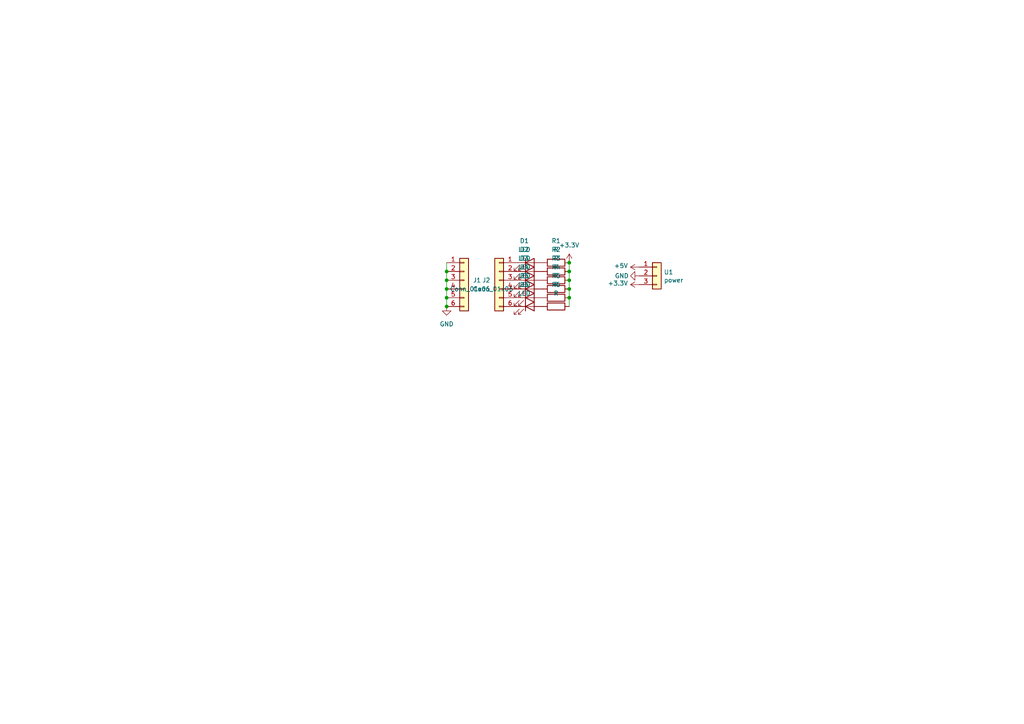
<source format=kicad_sch>
(kicad_sch (version 20230121) (generator eeschema)
  (paper "A4")
  (lib_symbols
    (symbol "Connector_Generic:Conn_01x03" (pin_names (offset 1.016) hide)
      (property "Reference" "J" (at 0 5.08 0))
      (property "Value" "Conn_01x03" (at 0 -5.08 0))
      (symbol "Conn_01x03_1_1"
        (rectangle (start -1.27 -2.413) (end 0 -2.667) (stroke (width 0.1524)))
        (rectangle (start -1.27 0.127) (end 0 -0.127) (stroke (width 0.1524)))
        (rectangle (start -1.27 2.667) (end 0 2.413) (stroke (width 0.1524)))
        (rectangle (start -1.27 3.81) (end 1.27 -3.81) (stroke (width 0.254)) (fill (type background)))
        (pin passive line (at -5.08 2.54 0) (length 3.81) (name "Pin_1") (number "1"))
        (pin passive line (at -5.08 0 0) (length 3.81) (name "Pin_2") (number "2"))
        (pin passive line (at -5.08 -2.54 0) (length 3.81) (name "Pin_3") (number "3"))
      )
    )
    (symbol "Connector_Generic:Conn_01x06" (pin_names (offset 1.016) hide)
      (property "Reference" "J" (at 0 7.62 0))
      (property "Value" "Conn_01x06" (at 0 -10.16 0))
      (symbol "Conn_01x06_1_1"
        (rectangle (start -1.27 -7.493) (end 0 -7.747) (stroke (width 0.1524)))
        (rectangle (start -1.27 -4.953) (end 0 -5.207) (stroke (width 0.1524)))
        (rectangle (start -1.27 -2.413) (end 0 -2.667) (stroke (width 0.1524)))
        (rectangle (start -1.27 0.127) (end 0 -0.127) (stroke (width 0.1524)))
        (rectangle (start -1.27 2.667) (end 0 2.413) (stroke (width 0.1524)))
        (rectangle (start -1.27 5.207) (end 0 4.953) (stroke (width 0.1524)))
        (rectangle (start -1.27 6.35) (end 1.27 -8.89) (stroke (width 0.254)) (fill (type background)))
        (pin passive line (at -5.08 5.08 0) (length 3.81) (name "Pin_1") (number "1"))
        (pin passive line (at -5.08 2.54 0) (length 3.81) (name "Pin_2") (number "2"))
        (pin passive line (at -5.08 0 0) (length 3.81) (name "Pin_3") (number "3"))
        (pin passive line (at -5.08 -2.54 0) (length 3.81) (name "Pin_4") (number "4"))
        (pin passive line (at -5.08 -5.08 0) (length 3.81) (name "Pin_5") (number "5"))
        (pin passive line (at -5.08 -7.62 0) (length 3.81) (name "Pin_6") (number "6"))
      )
    )
    (symbol "Device:LED" (pin_numbers hide) (pin_names (offset 1.016) hide)
      (property "Reference" "D" (at 0 2.54 0))
      (property "Value" "LED" (at 0 -2.54 0))
      (symbol "LED_0_1"
        (polyline (pts (xy -1.27 -1.27) (xy -1.27 1.27)) (stroke (width 0.254)))
        (polyline (pts (xy -1.27 0) (xy 1.27 0)))
        (polyline (pts (xy 1.27 -1.27) (xy 1.27 1.27) (xy -1.27 0) (xy 1.27 -1.27)) (stroke (width 0.254)))
        (polyline (pts (xy -3.048 -0.762) (xy -4.572 -2.286) (xy -3.81 -2.286) (xy -4.572 -2.286) (xy -4.572 -1.524)))
        (polyline (pts (xy -1.778 -0.762) (xy -3.302 -2.286) (xy -2.54 -2.286) (xy -3.302 -2.286) (xy -3.302 -1.524)))
      )
      (symbol "LED_1_1"
        (pin passive line (at -3.81 0 0) (length 2.54) (name "K") (number "1"))
        (pin passive line (at 3.81 0 180) (length 2.54) (name "A") (number "2"))
      )
    )
    (symbol "Device:R" (pin_numbers hide) (pin_names (offset 0))
      (property "Reference" "R" (at 2.032 0 90))
      (property "Value" "R" (at 0 0 90))
      (symbol "R_0_1"
        (rectangle (start -1.016 -2.54) (end 1.016 2.54) (stroke (width 0.254)))
      )
      (symbol "R_1_1"
        (pin passive line (at 0 3.81 270) (length 1.27) (name "~") (number "1"))
        (pin passive line (at 0 -3.81 90) (length 1.27) (name "~") (number "2"))
      )
    )
    (symbol "power:+3.3V" (power) (pin_names (offset 0))
      (property "Value" "+3.3V" (at 0 3.556 0))
      (symbol "+3.3V_0_1"
        (polyline (pts (xy -0.762 1.27) (xy 0 2.54)))
        (polyline (pts (xy 0 0) (xy 0 2.54)))
        (polyline (pts (xy 0 2.54) (xy 0.762 1.27)))
      )
      (symbol "+3.3V_1_1"
        (pin power_in line (at 0 0 90) (length 0) hide (name "+3.3V") (number "1"))
      )
    )
    (symbol "power:+5V" (power) (pin_names (offset 0))
      (property "Value" "+5V" (at 0 3.556 0))
      (symbol "+5V_0_1"
        (polyline (pts (xy -0.762 1.27) (xy 0 2.54)))
        (polyline (pts (xy 0 0) (xy 0 2.54)))
        (polyline (pts (xy 0 2.54) (xy 0.762 1.27)))
      )
      (symbol "+5V_1_1"
        (pin power_in line (at 0 0 90) (length 0) hide (name "+5V") (number "1"))
      )
    )
    (symbol "power:GND" (power) (pin_names (offset 0))
      (property "Value" "GND" (at 0 -3.81 0))
      (symbol "GND_0_1"
        (polyline (pts (xy 0 0) (xy 0 -1.27) (xy 1.27 -1.27) (xy 0 -2.54) (xy -1.27 -1.27) (xy 0 -1.27)))
      )
      (symbol "GND_1_1"
        (pin power_in line (at 0 0 270) (length 0) hide (name "GND") (number "1"))
      )
    )
  )
  (junction (at 165.1 81.28))
  (junction (at 165.1 83.82))
  (junction (at 165.1 78.74))
  (junction (at 129.54 86.36))
  (junction (at 165.1 86.36))
  (junction (at 165.1 76.2))
  (junction (at 129.54 83.82))
  (junction (at 129.54 78.74))
  (junction (at 129.54 88.9))
  (junction (at 129.54 81.28))
  (wire (pts (xy 129.54 78.74) (xy 129.54 81.28)))
  (wire (pts (xy 165.1 76.2) (xy 165.1 78.74)))
  (wire (pts (xy 129.54 76.2) (xy 129.54 78.74)))
  (wire (pts (xy 165.1 83.82) (xy 165.1 86.36)))
  (wire (pts (xy 129.54 86.36) (xy 129.54 88.9)))
  (wire (pts (xy 165.1 86.36) (xy 165.1 88.9)))
  (wire (pts (xy 129.54 83.82) (xy 129.54 86.36)))
  (wire (pts (xy 165.1 81.28) (xy 165.1 83.82)))
  (wire (pts (xy 165.1 78.74) (xy 165.1 81.28)))
  (wire (pts (xy 129.54 81.28) (xy 129.54 83.82)))
  (symbol (lib_id "Device:R") (at 161.29 86.36 90) (unit 1)
    (property "Reference" "R5" (at 161.29 80.01 90))
    (property "Value" "R" (at 161.29 82.55 90))
    (property "Footprint" "Resistor_THT:R_Axial_DIN0207_L6.3mm_D2.5mm_P7.62mm_Horizontal" (effects hide))
  )
  (symbol (lib_id "Device:R") (at 161.29 78.74 90) (unit 1)
    (property "Reference" "R2" (at 161.29 72.39 90))
    (property "Value" "R" (at 161.29 74.93 90))
    (property "Footprint" "Resistor_THT:R_Axial_DIN0207_L6.3mm_D2.5mm_P7.62mm_Horizontal" (effects hide))
  )
  (symbol (lib_id "Device:R") (at 161.29 83.82 90) (unit 1)
    (property "Reference" "R4" (at 161.29 77.47 90))
    (property "Value" "R" (at 161.29 80.01 90))
    (property "Footprint" "Resistor_THT:R_Axial_DIN0207_L6.3mm_D2.5mm_P7.62mm_Horizontal" (effects hide))
  )
  (symbol (lib_id "Device:LED") (at 153.67 81.28 0) (unit 1)
    (property "Reference" "D3" (at 152.0825 74.93 0))
    (property "Value" "LED" (at 152.0825 77.47 0))
    (property "Footprint" "LED_THT:LED_D3.0mm" (effects hide))
  )
  (symbol (lib_id "Device:R") (at 161.29 81.28 90) (unit 1)
    (property "Reference" "R3" (at 161.29 74.93 90))
    (property "Value" "R" (at 161.29 77.47 90))
    (property "Footprint" "Resistor_THT:R_Axial_DIN0207_L6.3mm_D2.5mm_P7.62mm_Horizontal" (effects hide))
  )
  (symbol (lib_id "Device:LED") (at 153.67 88.9 0) (unit 1)
    (property "Reference" "D6" (at 152.0825 82.55 0))
    (property "Value" "LED" (at 152.0825 85.09 0))
    (property "Footprint" "LED_THT:LED_D3.0mm" (effects hide))
  )
  (symbol (lib_id "Device:R") (at 161.29 76.2 90) (unit 1)
    (property "Reference" "R1" (at 161.29 69.85 90))
    (property "Value" "R" (at 161.29 72.39 90))
    (property "Footprint" "Resistor_THT:R_Axial_DIN0207_L6.3mm_D2.5mm_P7.62mm_Horizontal" (effects hide))
  )
  (symbol (lib_id "Device:LED") (at 153.67 76.2 0) (unit 1)
    (property "Reference" "D1" (at 152.0825 69.85 0))
    (property "Value" "LED" (at 152.0825 72.39 0))
    (property "Footprint" "LED_THT:LED_D3.0mm" (effects hide))
  )
  (symbol (lib_id "Connector_Generic:Conn_01x03") (at 190.5 80.01 0) (unit 1)
    (property "Reference" "U1" (at 192.532 78.9432 0) (effects (justify left)))
    (property "Value" "power" (at 192.532 81.2546 0) (effects (justify left)))
    (property "Footprint" "Connector_JST:JST_XH_B3B-XH-A_1x03_P2.50mm_Vertical" (effects hide))
  )
  (symbol (lib_id "power:GND") (at 129.54 88.9 0) (unit 1)
    (property "Reference" "#PWR01" (effects hide))
    (property "Value" "GND" (at 129.54 93.98 0))
  )
  (symbol (lib_id "Device:LED") (at 153.67 83.82 0) (unit 1)
    (property "Reference" "D4" (at 152.0825 77.47 0))
    (property "Value" "LED" (at 152.0825 80.01 0))
    (property "Footprint" "LED_THT:LED_D3.0mm" (effects hide))
  )
  (symbol (lib_id "Device:LED") (at 153.67 86.36 0) (unit 1)
    (property "Reference" "D5" (at 152.0825 80.01 0))
    (property "Value" "LED" (at 152.0825 82.55 0))
    (property "Footprint" "LED_THT:LED_D3.0mm" (effects hide))
  )
  (symbol (lib_id "Device:LED") (at 153.67 78.74 0) (unit 1)
    (property "Reference" "D2" (at 152.0825 72.39 0))
    (property "Value" "LED" (at 152.0825 74.93 0))
    (property "Footprint" "LED_THT:LED_D3.0mm" (effects hide))
  )
  (symbol (lib_id "power:+3.3V") (at 165.1 76.2 0) (unit 1)
    (property "Reference" "#PWR02" (effects hide))
    (property "Value" "+3.3V" (at 165.1 71.12 0))
  )
  (symbol (lib_id "Device:R") (at 161.29 88.9 90) (unit 1)
    (property "Reference" "R6" (at 161.29 82.55 90))
    (property "Value" "R" (at 161.29 85.09 90))
    (property "Footprint" "Resistor_THT:R_Axial_DIN0207_L6.3mm_D2.5mm_P7.62mm_Horizontal" (effects hide))
  )
  (symbol (lib_id "power:+3.3V") (at 185.42 82.55 90) (unit 1)
    (property "Reference" "#U03" (effects hide))
    (property "Value" "+3.3V" (at 182.1688 82.169 90) (effects (justify left)))
  )
  (symbol (lib_id "Connector_Generic:Conn_01x06") (at 134.62 81.28 0) (unit 1)
    (property "Reference" "J1" (at 137.16 81.28 0) (effects (justify left)))
    (property "Value" "Conn_01x06" (at 137.16 83.82 0) (effects (justify left)))
    (property "Footprint" "Connector_PinHeader_2.54mm:PinHeader_1x06_P2.54mm_Vertical" (effects hide))
  )
  (symbol (lib_id "power:+5V") (at 185.42 77.47 90) (unit 1)
    (property "Reference" "#U01" (effects hide))
    (property "Value" "+5V" (at 182.1688 77.089 90) (effects (justify left)))
  )
  (symbol (lib_id "power:GND") (at 185.42 80.01 270) (unit 1)
    (property "Reference" "#U02" (effects hide))
    (property "Value" "GND" (at 180.34 80.01 90))
  )
  (symbol (lib_id "Connector_Generic:Conn_01x06") (at 144.78 81.28 0) (mirror y) (unit 1)
    (property "Reference" "J2" (at 142.24 81.28 0) (effects (justify left)))
    (property "Value" "Conn_01x06" (at 142.24 83.82 0) (effects (justify left)))
    (property "Footprint" "Connector_PinHeader_2.54mm:PinHeader_1x06_P2.54mm_Vertical" (effects hide))
  )
)
</source>
